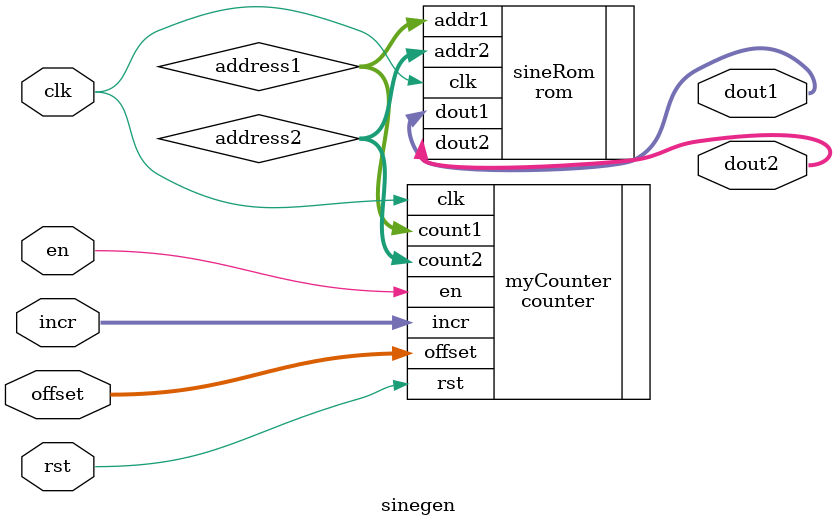
<source format=sv>
module sinegen #(
    parameter   A_WIDTH = 8,
                D_WIDTH = 8
)(
  // interface signals  
  input  logic               clk,      // clock 
  input  logic               rst,      // reset 
  input  logic               en,       // enable
  input  logic [D_WIDTH-1:0] incr,     // increment for addr counter
  input  logic [D_WIDTH-1:0] offset,   // offset
  output logic [D_WIDTH-1:0] dout1,    // output data
  output logic [D_WIDTH-1:0] dout2     // output data
);

  wire  [A_WIDTH-1:0]        address1;   // interconnect wire
  wire  [A_WIDTH-1:0]        address2;   // interconnect wire

counter myCounter (
  .clk (clk),
  .rst (rst),
  .en (en),
  .incr (incr),
  .offset (offset),
  .count1 (address1),
  .count2 (address2)
);

rom sineRom (
  .clk (clk),
  .addr1 (address1),
  .addr2 (address2),
  .dout1 (dout1),
  .dout2 (dout2)
);

endmodule

</source>
